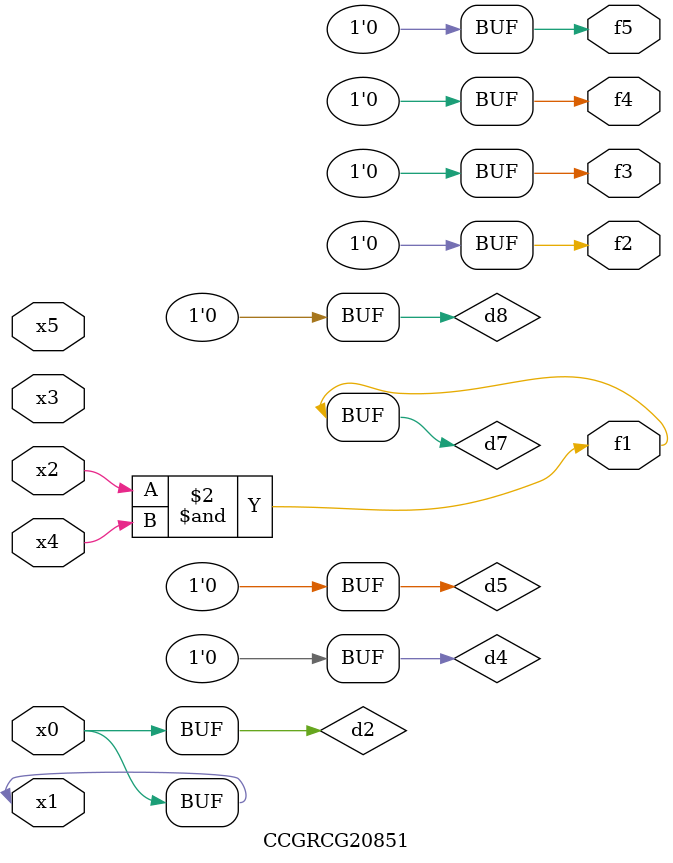
<source format=v>
module CCGRCG20851(
	input x0, x1, x2, x3, x4, x5,
	output f1, f2, f3, f4, f5
);

	wire d1, d2, d3, d4, d5, d6, d7, d8, d9;

	nand (d1, x1);
	buf (d2, x0, x1);
	nand (d3, x2, x4);
	and (d4, d1, d2);
	and (d5, d1, d2);
	nand (d6, d1, d3);
	not (d7, d3);
	xor (d8, d5);
	nor (d9, d5, d6);
	assign f1 = d7;
	assign f2 = d8;
	assign f3 = d8;
	assign f4 = d8;
	assign f5 = d8;
endmodule

</source>
